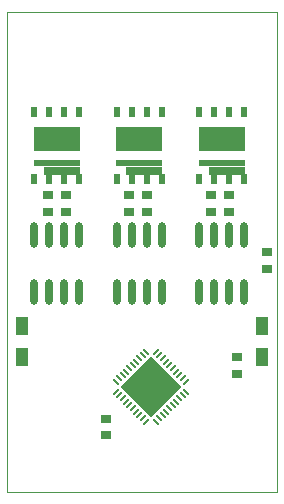
<source format=gtp>
%FSLAX25Y25*%
%MOIN*%
G70*
G01*
G75*
G04 Layer_Color=8421504*
%ADD10R,0.03937X0.05906*%
%ADD11R,0.15748X0.08465*%
%ADD12R,0.02402X0.03268*%
%ADD13R,0.15748X0.02362*%
%ADD14R,0.12362X0.02835*%
%ADD15R,0.03543X0.03150*%
%ADD16O,0.02362X0.08661*%
%ADD17P,0.20044X4X360.0*%
G04:AMPARAMS|DCode=18|XSize=8.66mil|YSize=27.56mil|CornerRadius=0mil|HoleSize=0mil|Usage=FLASHONLY|Rotation=315.000|XOffset=0mil|YOffset=0mil|HoleType=Round|Shape=Rectangle|*
%AMROTATEDRECTD18*
4,1,4,-0.01281,-0.00668,0.00668,0.01281,0.01281,0.00668,-0.00668,-0.01281,-0.01281,-0.00668,0.0*
%
%ADD18ROTATEDRECTD18*%

G04:AMPARAMS|DCode=19|XSize=8.66mil|YSize=27.56mil|CornerRadius=0mil|HoleSize=0mil|Usage=FLASHONLY|Rotation=45.000|XOffset=0mil|YOffset=0mil|HoleType=Round|Shape=Rectangle|*
%AMROTATEDRECTD19*
4,1,4,0.00668,-0.01281,-0.01281,0.00668,-0.00668,0.01281,0.01281,-0.00668,0.00668,-0.01281,0.0*
%
%ADD19ROTATEDRECTD19*%

%ADD20C,0.00800*%
%ADD21C,0.00600*%
%ADD22C,0.02000*%
%ADD23R,0.06500X0.17000*%
%ADD24R,0.07000X0.17000*%
%ADD25R,0.08000X0.05500*%
%ADD26R,0.07000X0.33000*%
%ADD27R,0.07500X0.05500*%
%ADD28R,0.10000X0.04500*%
%ADD29R,0.11000X0.04500*%
%ADD30R,0.07000X0.20000*%
%ADD31R,0.58000X0.10500*%
%ADD32C,0.00200*%
%ADD33R,0.05906X0.05906*%
%ADD34C,0.05906*%
%ADD35R,0.05906X0.05906*%
%ADD36C,0.01969*%
%ADD37R,0.01378X0.01378*%
%ADD38R,0.03150X0.03543*%
%ADD39R,0.23000X0.07500*%
%ADD40R,0.23500X0.07500*%
%ADD41R,0.17000X0.07500*%
%ADD42R,0.07000X0.19500*%
%ADD43R,0.08000X0.19500*%
%ADD44R,0.07000X0.21000*%
%ADD45R,0.08000X0.19000*%
%ADD46C,0.00984*%
%ADD47C,0.00787*%
%ADD48C,0.00500*%
D10*
X5000Y55312D02*
D03*
Y44888D02*
D03*
X85000Y55312D02*
D03*
Y44888D02*
D03*
D11*
X71500Y117567D02*
D03*
X44000D02*
D03*
X16500D02*
D03*
D12*
X64000Y104339D02*
D03*
X69000D02*
D03*
X74000D02*
D03*
X79000D02*
D03*
Y126661D02*
D03*
X74000D02*
D03*
X69000D02*
D03*
X64000D02*
D03*
X36500Y104339D02*
D03*
X41500D02*
D03*
X46500D02*
D03*
X51500D02*
D03*
Y126661D02*
D03*
X46500D02*
D03*
X41500D02*
D03*
X36500D02*
D03*
X9000Y104339D02*
D03*
X14000D02*
D03*
X19000D02*
D03*
X24000D02*
D03*
Y126661D02*
D03*
X19000D02*
D03*
X14000D02*
D03*
X9000D02*
D03*
D13*
X71500Y109398D02*
D03*
X44000D02*
D03*
X16500D02*
D03*
D14*
X73193Y106799D02*
D03*
X45693D02*
D03*
X18193D02*
D03*
D15*
X76500Y39244D02*
D03*
Y44756D02*
D03*
X33000Y24256D02*
D03*
Y18744D02*
D03*
X86500Y74244D02*
D03*
Y79756D02*
D03*
X74000Y98756D02*
D03*
Y93244D02*
D03*
X68000Y98756D02*
D03*
Y93244D02*
D03*
X46500Y98756D02*
D03*
Y93244D02*
D03*
X40500Y98756D02*
D03*
Y93244D02*
D03*
X19500Y98756D02*
D03*
Y93244D02*
D03*
X13500Y98756D02*
D03*
Y93244D02*
D03*
D16*
X79000Y85449D02*
D03*
X74000D02*
D03*
X69000D02*
D03*
X64000D02*
D03*
X79000Y66551D02*
D03*
X74000D02*
D03*
X69000D02*
D03*
X64000D02*
D03*
X51500Y85449D02*
D03*
X46500D02*
D03*
X41500D02*
D03*
X36500D02*
D03*
X51500Y66551D02*
D03*
X46500D02*
D03*
X41500D02*
D03*
X36500D02*
D03*
X24000Y85449D02*
D03*
X19000D02*
D03*
X14000D02*
D03*
X9000D02*
D03*
X24000Y66551D02*
D03*
X19000D02*
D03*
X14000D02*
D03*
X9000D02*
D03*
D17*
X48000Y35000D02*
D03*
D18*
X49670Y46692D02*
D03*
X50784Y45579D02*
D03*
X51897Y44465D02*
D03*
X53011Y43352D02*
D03*
X54124Y42238D02*
D03*
X55238Y41125D02*
D03*
X56352Y40011D02*
D03*
X57465Y38897D02*
D03*
X58579Y37784D02*
D03*
X59692Y36670D02*
D03*
X46330Y23308D02*
D03*
X45216Y24421D02*
D03*
X44103Y25535D02*
D03*
X42989Y26648D02*
D03*
X41875Y27762D02*
D03*
X40762Y28875D02*
D03*
X39648Y29989D02*
D03*
X38535Y31103D02*
D03*
X37421Y32216D02*
D03*
X36307Y33330D02*
D03*
D19*
X59692D02*
D03*
X58579Y32216D02*
D03*
X57465Y31103D02*
D03*
X56352Y29989D02*
D03*
X55238Y28875D02*
D03*
X54124Y27762D02*
D03*
X53011Y26648D02*
D03*
X51897Y25535D02*
D03*
X50784Y24421D02*
D03*
X49670Y23308D02*
D03*
X36307Y36670D02*
D03*
X37421Y37784D02*
D03*
X38535Y38897D02*
D03*
X39648Y40011D02*
D03*
X40762Y41125D02*
D03*
X41875Y42238D02*
D03*
X42989Y43352D02*
D03*
X44103Y44465D02*
D03*
X45216Y45579D02*
D03*
X46330Y46692D02*
D03*
D32*
X-0Y0D02*
Y160000D01*
X90000D01*
Y0D02*
Y160000D01*
X-0Y0D02*
X90000D01*
M02*

</source>
